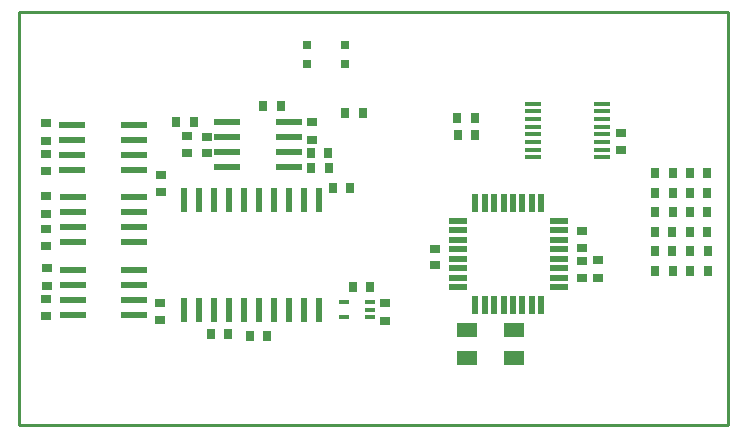
<source format=gtp>
G04*
G04 #@! TF.GenerationSoftware,Altium Limited,Altium Designer,18.1.9 (240)*
G04*
G04 Layer_Color=8421504*
%FSLAX44Y44*%
%MOMM*%
G71*
G01*
G75*
%ADD13C,0.2540*%
%ADD19R,0.7000X0.9000*%
%ADD20R,0.9000X0.8000*%
%ADD21R,0.8000X0.9000*%
%ADD22R,0.9000X0.7000*%
%ADD23R,0.8500X0.4000*%
%ADD24R,1.4000X0.4500*%
%ADD25R,2.2000X0.6000*%
%ADD26R,0.5500X1.5000*%
%ADD27R,1.5000X0.5500*%
%ADD28R,0.7000X0.7500*%
%ADD29R,1.8000X1.2000*%
%ADD30R,0.6000X2.0000*%
D13*
X600000D01*
X0D02*
Y350000D01*
X600000D01*
Y0D02*
Y350000D01*
D19*
X290964Y263994D02*
D03*
X275964D02*
D03*
X194938Y75350D02*
D03*
X209938D02*
D03*
X371214Y245542D02*
D03*
X386214D02*
D03*
X370826Y260096D02*
D03*
X385826D02*
D03*
X221452Y270292D02*
D03*
X206452D02*
D03*
X262008Y217446D02*
D03*
X247008D02*
D03*
X280296Y200406D02*
D03*
X265296D02*
D03*
X132828Y256632D02*
D03*
X147828D02*
D03*
X582480Y180010D02*
D03*
X567480D02*
D03*
X582480Y196520D02*
D03*
X567480D02*
D03*
X582480Y213030D02*
D03*
X567480D02*
D03*
X582480Y163500D02*
D03*
X567480D02*
D03*
X582930Y146990D02*
D03*
X567930D02*
D03*
X582810Y130480D02*
D03*
X567810D02*
D03*
X553030Y163500D02*
D03*
X538030D02*
D03*
X553030Y146990D02*
D03*
X538030D02*
D03*
X553150Y130480D02*
D03*
X538150D02*
D03*
X553151Y196372D02*
D03*
X538151D02*
D03*
X553150Y180010D02*
D03*
X538150D02*
D03*
X553150Y213030D02*
D03*
X538150D02*
D03*
D20*
X22606Y215196D02*
D03*
Y229196D02*
D03*
X351790Y149240D02*
D03*
Y135240D02*
D03*
X509644Y247008D02*
D03*
Y233008D02*
D03*
X158750Y243982D02*
D03*
Y229982D02*
D03*
X141732Y244378D02*
D03*
Y230378D02*
D03*
X476758Y124874D02*
D03*
Y138874D02*
D03*
X22980Y106426D02*
D03*
Y92426D02*
D03*
X22650Y165964D02*
D03*
Y151964D02*
D03*
X476382Y164214D02*
D03*
Y150214D02*
D03*
D21*
X282814Y116586D02*
D03*
X296814D02*
D03*
X176672Y76708D02*
D03*
X162672D02*
D03*
X261000Y230124D02*
D03*
X247000D02*
D03*
D22*
X309626Y88512D02*
D03*
Y103512D02*
D03*
X119050Y88766D02*
D03*
Y103766D02*
D03*
X247654Y241674D02*
D03*
Y256674D02*
D03*
X119888Y196970D02*
D03*
Y211970D02*
D03*
X489966Y139374D02*
D03*
Y124374D02*
D03*
X22403Y255496D02*
D03*
Y240496D02*
D03*
X22198Y178629D02*
D03*
Y193629D02*
D03*
X23159Y117976D02*
D03*
Y132976D02*
D03*
D23*
X297000Y91290D02*
D03*
Y97790D02*
D03*
Y104290D02*
D03*
X274500D02*
D03*
Y91290D02*
D03*
D24*
X434602Y272254D02*
D03*
Y265754D02*
D03*
Y259254D02*
D03*
Y252754D02*
D03*
Y246254D02*
D03*
Y239754D02*
D03*
Y233254D02*
D03*
Y226754D02*
D03*
X493602Y272254D02*
D03*
Y265754D02*
D03*
Y259254D02*
D03*
Y252754D02*
D03*
Y246254D02*
D03*
Y239754D02*
D03*
Y233254D02*
D03*
Y226754D02*
D03*
D25*
X45356Y118954D02*
D03*
X97356D02*
D03*
X45356Y131654D02*
D03*
Y106254D02*
D03*
Y93554D02*
D03*
X97356Y131654D02*
D03*
Y106254D02*
D03*
Y93554D02*
D03*
X228184Y218186D02*
D03*
Y230886D02*
D03*
Y256286D02*
D03*
X176184Y218186D02*
D03*
Y230886D02*
D03*
Y256286D02*
D03*
X228184Y243586D02*
D03*
X176184D02*
D03*
X97212Y154686D02*
D03*
Y167386D02*
D03*
Y192786D02*
D03*
X45212Y154686D02*
D03*
Y167386D02*
D03*
Y192786D02*
D03*
X97212Y180086D02*
D03*
X45212D02*
D03*
X96704Y216154D02*
D03*
Y228854D02*
D03*
Y254254D02*
D03*
X44704Y216154D02*
D03*
Y228854D02*
D03*
Y254254D02*
D03*
X96704Y241554D02*
D03*
X44704D02*
D03*
D26*
X386020Y187780D02*
D03*
X394020D02*
D03*
X402020D02*
D03*
X410020D02*
D03*
X418020D02*
D03*
X426020D02*
D03*
X434020D02*
D03*
X442020D02*
D03*
Y101780D02*
D03*
X434020D02*
D03*
X426020D02*
D03*
X418020D02*
D03*
X410020D02*
D03*
X402020D02*
D03*
X394020D02*
D03*
X386020D02*
D03*
D27*
X457020Y172780D02*
D03*
Y164780D02*
D03*
Y156780D02*
D03*
Y148780D02*
D03*
Y140780D02*
D03*
Y132780D02*
D03*
Y124780D02*
D03*
Y116780D02*
D03*
X371020D02*
D03*
Y124780D02*
D03*
Y132780D02*
D03*
Y140780D02*
D03*
Y148780D02*
D03*
Y156780D02*
D03*
Y164780D02*
D03*
Y172780D02*
D03*
D28*
X275842Y305560D02*
D03*
X243842D02*
D03*
Y322060D02*
D03*
X275842D02*
D03*
D29*
X378780Y56580D02*
D03*
X418780D02*
D03*
Y80580D02*
D03*
X378780D02*
D03*
D30*
X139192Y97772D02*
D03*
X151892D02*
D03*
X164592D02*
D03*
X177292D02*
D03*
X189992D02*
D03*
X202692D02*
D03*
X215392D02*
D03*
X228092D02*
D03*
X240792D02*
D03*
X253492D02*
D03*
Y190772D02*
D03*
X240792D02*
D03*
X228092D02*
D03*
X215392D02*
D03*
X202692D02*
D03*
X189992D02*
D03*
X177292D02*
D03*
X164592D02*
D03*
X151892D02*
D03*
X139192D02*
D03*
M02*

</source>
